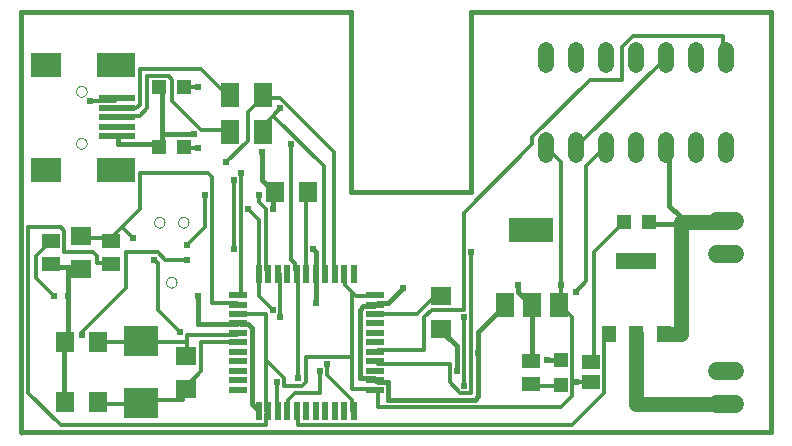
<source format=gtl>
G75*
%MOIN*%
%OFA0B0*%
%FSLAX24Y24*%
%IPPOS*%
%LPD*%
%AMOC8*
5,1,8,0,0,1.08239X$1,22.5*
%
%ADD10C,0.0000*%
%ADD11C,0.0160*%
%ADD12R,0.0472X0.0472*%
%ADD13R,0.0591X0.0512*%
%ADD14R,0.0709X0.0630*%
%ADD15R,0.0472X0.0551*%
%ADD16R,0.1378X0.0551*%
%ADD17R,0.0197X0.0591*%
%ADD18R,0.0591X0.0197*%
%ADD19R,0.0630X0.0709*%
%ADD20R,0.0710X0.0630*%
%ADD21R,0.0630X0.0512*%
%ADD22R,0.1181X0.0984*%
%ADD23R,0.0984X0.0787*%
%ADD24R,0.1299X0.0787*%
%ADD25R,0.1220X0.0197*%
%ADD26R,0.0630X0.0787*%
%ADD27R,0.0590X0.0790*%
%ADD28R,0.1500X0.0790*%
%ADD29C,0.0600*%
%ADD30C,0.0520*%
%ADD31C,0.0500*%
%ADD32C,0.0180*%
%ADD33C,0.0240*%
%ADD34C,0.0120*%
D10*
X003100Y003862D02*
X003100Y003962D01*
X003100Y017962D01*
X004923Y015329D02*
X004925Y015355D01*
X004931Y015381D01*
X004941Y015406D01*
X004954Y015429D01*
X004970Y015449D01*
X004990Y015467D01*
X005012Y015482D01*
X005035Y015494D01*
X005061Y015502D01*
X005087Y015506D01*
X005113Y015506D01*
X005139Y015502D01*
X005165Y015494D01*
X005189Y015482D01*
X005210Y015467D01*
X005230Y015449D01*
X005246Y015429D01*
X005259Y015406D01*
X005269Y015381D01*
X005275Y015355D01*
X005277Y015329D01*
X005275Y015303D01*
X005269Y015277D01*
X005259Y015252D01*
X005246Y015229D01*
X005230Y015209D01*
X005210Y015191D01*
X005188Y015176D01*
X005165Y015164D01*
X005139Y015156D01*
X005113Y015152D01*
X005087Y015152D01*
X005061Y015156D01*
X005035Y015164D01*
X005011Y015176D01*
X004990Y015191D01*
X004970Y015209D01*
X004954Y015229D01*
X004941Y015252D01*
X004931Y015277D01*
X004925Y015303D01*
X004923Y015329D01*
X004923Y013596D02*
X004925Y013622D01*
X004931Y013648D01*
X004941Y013673D01*
X004954Y013696D01*
X004970Y013716D01*
X004990Y013734D01*
X005012Y013749D01*
X005035Y013761D01*
X005061Y013769D01*
X005087Y013773D01*
X005113Y013773D01*
X005139Y013769D01*
X005165Y013761D01*
X005189Y013749D01*
X005210Y013734D01*
X005230Y013716D01*
X005246Y013696D01*
X005259Y013673D01*
X005269Y013648D01*
X005275Y013622D01*
X005277Y013596D01*
X005275Y013570D01*
X005269Y013544D01*
X005259Y013519D01*
X005246Y013496D01*
X005230Y013476D01*
X005210Y013458D01*
X005188Y013443D01*
X005165Y013431D01*
X005139Y013423D01*
X005113Y013419D01*
X005087Y013419D01*
X005061Y013423D01*
X005035Y013431D01*
X005011Y013443D01*
X004990Y013458D01*
X004970Y013476D01*
X004954Y013496D01*
X004941Y013519D01*
X004931Y013544D01*
X004925Y013570D01*
X004923Y013596D01*
X007525Y010962D02*
X007527Y010988D01*
X007533Y011014D01*
X007542Y011038D01*
X007555Y011061D01*
X007572Y011081D01*
X007591Y011099D01*
X007613Y011114D01*
X007636Y011125D01*
X007661Y011133D01*
X007687Y011137D01*
X007713Y011137D01*
X007739Y011133D01*
X007764Y011125D01*
X007788Y011114D01*
X007809Y011099D01*
X007828Y011081D01*
X007845Y011061D01*
X007858Y011038D01*
X007867Y011014D01*
X007873Y010988D01*
X007875Y010962D01*
X007873Y010936D01*
X007867Y010910D01*
X007858Y010886D01*
X007845Y010863D01*
X007828Y010843D01*
X007809Y010825D01*
X007787Y010810D01*
X007764Y010799D01*
X007739Y010791D01*
X007713Y010787D01*
X007687Y010787D01*
X007661Y010791D01*
X007636Y010799D01*
X007612Y010810D01*
X007591Y010825D01*
X007572Y010843D01*
X007555Y010863D01*
X007542Y010886D01*
X007533Y010910D01*
X007527Y010936D01*
X007525Y010962D01*
X008325Y010962D02*
X008327Y010988D01*
X008333Y011014D01*
X008342Y011038D01*
X008355Y011061D01*
X008372Y011081D01*
X008391Y011099D01*
X008413Y011114D01*
X008436Y011125D01*
X008461Y011133D01*
X008487Y011137D01*
X008513Y011137D01*
X008539Y011133D01*
X008564Y011125D01*
X008588Y011114D01*
X008609Y011099D01*
X008628Y011081D01*
X008645Y011061D01*
X008658Y011038D01*
X008667Y011014D01*
X008673Y010988D01*
X008675Y010962D01*
X008673Y010936D01*
X008667Y010910D01*
X008658Y010886D01*
X008645Y010863D01*
X008628Y010843D01*
X008609Y010825D01*
X008587Y010810D01*
X008564Y010799D01*
X008539Y010791D01*
X008513Y010787D01*
X008487Y010787D01*
X008461Y010791D01*
X008436Y010799D01*
X008412Y010810D01*
X008391Y010825D01*
X008372Y010843D01*
X008355Y010863D01*
X008342Y010886D01*
X008333Y010910D01*
X008327Y010936D01*
X008325Y010962D01*
X007925Y008962D02*
X007927Y008988D01*
X007933Y009014D01*
X007942Y009038D01*
X007955Y009061D01*
X007972Y009081D01*
X007991Y009099D01*
X008013Y009114D01*
X008036Y009125D01*
X008061Y009133D01*
X008087Y009137D01*
X008113Y009137D01*
X008139Y009133D01*
X008164Y009125D01*
X008188Y009114D01*
X008209Y009099D01*
X008228Y009081D01*
X008245Y009061D01*
X008258Y009038D01*
X008267Y009014D01*
X008273Y008988D01*
X008275Y008962D01*
X008273Y008936D01*
X008267Y008910D01*
X008258Y008886D01*
X008245Y008863D01*
X008228Y008843D01*
X008209Y008825D01*
X008187Y008810D01*
X008164Y008799D01*
X008139Y008791D01*
X008113Y008787D01*
X008087Y008787D01*
X008061Y008791D01*
X008036Y008799D01*
X008012Y008810D01*
X007991Y008825D01*
X007972Y008843D01*
X007955Y008863D01*
X007942Y008886D01*
X007933Y008910D01*
X007927Y008936D01*
X007925Y008962D01*
D11*
X014100Y011962D02*
X018100Y011962D01*
X018100Y017962D01*
X028100Y017962D01*
X028100Y003962D01*
X003100Y003962D01*
X003100Y017962D01*
X014100Y017962D01*
X014100Y011962D01*
D12*
X008513Y013462D03*
X007687Y013462D03*
X007687Y015462D03*
X008513Y015462D03*
X021100Y006376D03*
X021100Y005549D03*
X023187Y010962D03*
X024013Y010962D03*
D13*
X022100Y006297D03*
X022100Y005628D03*
X020100Y005588D03*
X020100Y006337D03*
D14*
X017100Y007411D03*
X017100Y008514D03*
X005100Y009411D03*
X005100Y010514D03*
D15*
X022690Y007242D03*
X023600Y007242D03*
X024510Y007242D03*
D16*
X023600Y009683D03*
D17*
X014175Y009246D03*
X013860Y009246D03*
X013545Y009246D03*
X013230Y009246D03*
X012915Y009246D03*
X012600Y009246D03*
X012285Y009246D03*
X011970Y009246D03*
X011655Y009246D03*
X011340Y009246D03*
X011025Y009246D03*
X011025Y004679D03*
X011340Y004679D03*
X011655Y004679D03*
X011970Y004679D03*
X012285Y004679D03*
X012600Y004679D03*
X012915Y004679D03*
X013230Y004679D03*
X013545Y004679D03*
X013860Y004679D03*
X014175Y004679D03*
D18*
X014883Y005388D03*
X014883Y005703D03*
X014883Y006018D03*
X014883Y006333D03*
X014883Y006648D03*
X014883Y006962D03*
X014883Y007277D03*
X014883Y007592D03*
X014883Y007907D03*
X014883Y008222D03*
X014883Y008537D03*
X010317Y008537D03*
X010317Y008222D03*
X010317Y007907D03*
X010317Y007592D03*
X010317Y007277D03*
X010317Y006962D03*
X010317Y006648D03*
X010317Y006333D03*
X010317Y006018D03*
X010317Y005703D03*
X010317Y005388D03*
D19*
X005651Y004962D03*
X004549Y004962D03*
X004549Y006962D03*
X005651Y006962D03*
X011549Y011962D03*
X012651Y011962D03*
D20*
X008600Y006522D03*
X008600Y005403D03*
D21*
X006100Y009588D03*
X006100Y010337D03*
X004100Y010337D03*
X004100Y009588D03*
D22*
X007100Y007012D03*
X007100Y004953D03*
D23*
X003919Y012711D03*
X003919Y016214D03*
D24*
X006242Y016214D03*
X006242Y012711D03*
D25*
X006281Y013833D03*
X006281Y014148D03*
X006281Y014462D03*
X006281Y014777D03*
X006281Y015092D03*
D26*
X010049Y015212D03*
X011151Y015212D03*
X011151Y013962D03*
X010049Y013962D03*
D27*
X019210Y008222D03*
X020110Y008222D03*
X021010Y008222D03*
D28*
X020100Y010702D03*
D29*
X026300Y011012D02*
X026900Y011012D01*
X026900Y009912D02*
X026300Y009912D01*
X026300Y006012D02*
X026900Y006012D01*
X026900Y004912D02*
X026300Y004912D01*
D30*
X026600Y013202D02*
X026600Y013722D01*
X025600Y013722D02*
X025600Y013202D01*
X024600Y013202D02*
X024600Y013722D01*
X023600Y013722D02*
X023600Y013202D01*
X022600Y013202D02*
X022600Y013722D01*
X021600Y013722D02*
X021600Y013202D01*
X020600Y013202D02*
X020600Y013722D01*
X020600Y016202D02*
X020600Y016722D01*
X021600Y016722D02*
X021600Y016202D01*
X022600Y016202D02*
X022600Y016722D01*
X023600Y016722D02*
X023600Y016202D01*
X024600Y016202D02*
X024600Y016722D01*
X025600Y016722D02*
X025600Y016202D01*
X026600Y016202D02*
X026600Y016722D01*
D31*
X026600Y011012D02*
X026600Y010962D01*
X025100Y010962D01*
X025100Y010922D01*
X025100Y007242D01*
X024510Y007242D01*
X023600Y007242D02*
X023600Y004912D01*
X026600Y004912D01*
D32*
X021100Y006362D02*
X021100Y006376D01*
X021100Y006362D02*
X020620Y006362D01*
X020140Y006362D02*
X020100Y006337D01*
X020140Y006362D02*
X020140Y008162D01*
X020110Y008222D01*
X020020Y008282D01*
X019660Y008642D01*
X019660Y008882D01*
X019180Y008282D02*
X019210Y008222D01*
X019180Y008162D01*
X018340Y007322D01*
X018340Y006602D01*
X018340Y005162D01*
X018220Y005042D01*
X015340Y005042D01*
X015340Y005642D01*
X014980Y005642D01*
X014883Y005703D01*
X014860Y005762D01*
X014380Y005762D01*
X014380Y008042D01*
X014500Y008162D01*
X014860Y008162D01*
X014883Y008222D01*
X014980Y008282D01*
X015340Y008282D01*
X015820Y008762D01*
X017100Y007411D02*
X017140Y007322D01*
X017620Y006842D01*
X017620Y006002D01*
X019210Y008222D02*
X019180Y008282D01*
X024013Y010962D02*
X024100Y010922D01*
X024940Y010922D01*
X025100Y010922D01*
X025100Y010962D02*
X025060Y011162D01*
X024700Y011522D01*
X024700Y013442D01*
X024600Y013462D01*
X012940Y009962D02*
X012940Y009362D01*
X012915Y009246D01*
X012940Y009242D01*
X012940Y008282D01*
X010780Y007442D02*
X010660Y007562D01*
X010420Y007562D01*
X010317Y007592D01*
X010300Y007562D01*
X008980Y007562D01*
X008980Y008522D01*
X010780Y007442D02*
X010780Y004922D01*
X011020Y004682D01*
X011025Y004679D01*
X004549Y004962D02*
X004540Y005042D01*
X004540Y006962D01*
X004549Y006962D01*
X004660Y006962D01*
X004660Y008522D01*
X004660Y009482D01*
X004180Y009482D01*
X004100Y009588D01*
X004660Y009482D02*
X005020Y009482D01*
X005100Y009411D01*
X007687Y013462D02*
X007780Y013562D01*
X007780Y013922D01*
X008860Y013922D01*
X007780Y013922D02*
X007780Y015362D01*
X007687Y015462D01*
X007660Y013562D02*
X006340Y013562D01*
X006340Y013802D01*
X006281Y013833D01*
X007660Y013562D02*
X007687Y013462D01*
X011140Y013322D02*
X011140Y012362D01*
X011500Y012002D01*
X011549Y011962D01*
X011500Y011882D01*
X011500Y011402D01*
X012820Y010082D02*
X012940Y009962D01*
D33*
X012820Y010082D03*
X011500Y011402D03*
X011020Y011882D03*
X010660Y011402D03*
X010180Y012362D03*
X010420Y012602D03*
X009940Y012962D03*
X008980Y013442D03*
X008860Y013922D03*
X008980Y015482D03*
X011740Y014762D03*
X012100Y013562D03*
X011140Y013322D03*
X009220Y011882D03*
X008620Y010202D03*
X008620Y009722D03*
X007540Y009722D03*
X006820Y010442D03*
X004660Y008522D03*
X004180Y008522D03*
X005140Y007202D03*
X008380Y007322D03*
X008980Y008522D03*
X010180Y010082D03*
X012940Y008282D03*
X011740Y007802D03*
X011500Y008042D03*
X013300Y006242D03*
X013060Y006002D03*
X012340Y005762D03*
X011620Y005642D03*
X015820Y008762D03*
X017860Y007802D03*
X018340Y006602D03*
X017620Y006002D03*
X017860Y005522D03*
X020620Y006362D03*
X021580Y005642D03*
X021580Y008642D03*
X021100Y008882D03*
X019660Y008882D03*
X018100Y009962D03*
X005380Y015002D03*
D34*
X006220Y015002D01*
X006281Y015092D01*
X006281Y014777D02*
X006340Y014762D01*
X006940Y014762D01*
X007060Y014882D01*
X007060Y016082D01*
X009100Y016082D01*
X009940Y015242D01*
X010049Y015212D01*
X010660Y014642D02*
X011140Y015122D01*
X011151Y015212D01*
X011260Y015122D01*
X011740Y015122D01*
X013540Y013322D01*
X013540Y009362D01*
X013545Y009246D01*
X013860Y009246D02*
X013900Y009242D01*
X013900Y008882D01*
X014140Y008642D01*
X014140Y006482D01*
X012580Y006482D01*
X012580Y005642D01*
X012460Y005522D01*
X011860Y005522D01*
X011860Y005762D01*
X011260Y006362D01*
X011260Y007922D01*
X010420Y007922D01*
X010317Y007907D01*
X010317Y008222D02*
X010300Y008282D01*
X009460Y008282D01*
X009460Y012482D01*
X009340Y012602D01*
X007060Y012602D01*
X007060Y011402D01*
X006460Y010802D01*
X006820Y010442D01*
X006460Y010802D02*
X006100Y010442D01*
X006100Y010337D01*
X006100Y010442D01*
X005140Y010442D01*
X005100Y010514D01*
X004540Y010682D02*
X004540Y009962D01*
X005500Y009962D01*
X005620Y009842D01*
X005620Y009602D01*
X006100Y009602D01*
X006100Y009588D01*
X006580Y009962D02*
X006580Y008762D01*
X005140Y007322D01*
X005140Y007202D01*
X005651Y006962D02*
X005740Y006962D01*
X007060Y006962D01*
X007100Y007012D01*
X007180Y006962D01*
X008620Y006962D01*
X008620Y007202D01*
X010300Y007202D01*
X010317Y007277D01*
X010300Y006962D02*
X010317Y006962D01*
X010300Y006962D02*
X009100Y006962D01*
X009100Y006002D01*
X008620Y005522D01*
X008600Y005403D01*
X008500Y005402D01*
X008500Y005042D01*
X007180Y005042D01*
X007100Y004953D01*
X007060Y004922D01*
X005740Y004922D01*
X005651Y004962D01*
X004420Y004202D02*
X011260Y004202D01*
X011260Y004562D01*
X011340Y004679D01*
X011260Y004682D01*
X011260Y006362D01*
X011620Y005642D02*
X011620Y004682D01*
X011655Y004679D01*
X011970Y004679D02*
X011980Y004682D01*
X011980Y005042D01*
X012220Y005282D01*
X013060Y005282D01*
X013060Y006002D01*
X013300Y005882D02*
X013300Y006242D01*
X013300Y005882D02*
X014140Y005042D01*
X014140Y004682D01*
X014175Y004679D01*
X014140Y005402D02*
X014140Y006482D01*
X014883Y006333D02*
X014980Y006242D01*
X017380Y006242D01*
X017380Y005642D01*
X017740Y005282D01*
X018100Y005282D01*
X018100Y009962D01*
X017860Y011282D02*
X020140Y013562D01*
X020140Y013802D01*
X022060Y015722D01*
X023140Y015722D01*
X023140Y016802D01*
X023500Y017162D01*
X026500Y017162D01*
X026500Y016562D01*
X026600Y016462D01*
X024600Y016462D02*
X024580Y016442D01*
X021700Y013562D01*
X021600Y013462D01*
X021940Y012842D02*
X022540Y013442D01*
X022600Y013462D01*
X021940Y012842D02*
X021940Y009002D01*
X021580Y008642D01*
X021100Y008882D02*
X021100Y008282D01*
X021010Y008222D01*
X021100Y008162D01*
X021460Y007802D01*
X021460Y005642D01*
X021460Y005162D01*
X021100Y004802D01*
X014980Y004802D01*
X014980Y005402D01*
X014883Y005388D01*
X014860Y005402D01*
X014140Y005402D01*
X014883Y006648D02*
X014980Y006722D01*
X016540Y006722D01*
X016540Y007802D01*
X016780Y008042D01*
X017860Y008042D01*
X017860Y011282D01*
X020600Y013462D02*
X020620Y013442D01*
X021100Y012962D01*
X021100Y008882D01*
X022180Y009962D02*
X022180Y006362D01*
X022100Y006297D01*
X022060Y005642D02*
X021580Y005642D01*
X021460Y005642D01*
X021100Y005549D02*
X021100Y005522D01*
X020140Y005522D01*
X020100Y005588D01*
X021460Y004202D02*
X012340Y004202D01*
X012340Y004562D01*
X012285Y004679D01*
X012340Y005762D02*
X012340Y009242D01*
X012285Y009246D01*
X012220Y009362D01*
X012220Y009602D01*
X012100Y009722D01*
X012100Y013562D01*
X011260Y014042D02*
X011260Y014282D01*
X011500Y014522D01*
X013180Y012842D01*
X013180Y009362D01*
X013230Y009246D01*
X012600Y009246D02*
X012580Y009362D01*
X012580Y011882D01*
X012651Y011962D01*
X011260Y011402D02*
X011020Y011642D01*
X011020Y011882D01*
X011260Y011402D02*
X011260Y009362D01*
X011340Y009246D01*
X011025Y009246D02*
X011020Y009242D01*
X011020Y008522D01*
X011500Y008042D01*
X011740Y007802D02*
X011740Y009242D01*
X011655Y009246D01*
X011025Y009246D02*
X011020Y009362D01*
X011020Y011042D01*
X010660Y011402D01*
X010180Y012362D02*
X010180Y010082D01*
X009220Y010802D02*
X009220Y011882D01*
X010420Y012602D02*
X010420Y008522D01*
X010317Y008537D01*
X008620Y009722D02*
X007900Y009722D01*
X007660Y009962D01*
X006580Y009962D01*
X007540Y009722D02*
X007660Y009602D01*
X007660Y008042D01*
X008380Y007322D01*
X008620Y006962D02*
X008620Y006602D01*
X008600Y006522D01*
X004420Y004202D02*
X003340Y005282D01*
X003340Y010802D01*
X004420Y010802D01*
X004540Y010682D01*
X004100Y010337D02*
X004060Y010322D01*
X003580Y009842D01*
X003580Y009122D01*
X004180Y008522D01*
X008620Y010202D02*
X009220Y010802D01*
X009940Y012962D02*
X010660Y013682D01*
X010660Y014642D01*
X011500Y014522D02*
X011740Y014762D01*
X011260Y014042D02*
X011151Y013962D01*
X010049Y013962D02*
X009940Y014042D01*
X009100Y014042D01*
X008140Y015002D01*
X008140Y015722D01*
X008020Y015842D01*
X007300Y015842D01*
X007300Y014762D01*
X007060Y014522D01*
X006340Y014522D01*
X006281Y014462D01*
X008513Y013462D02*
X008620Y013442D01*
X008980Y013442D01*
X008980Y015482D02*
X008620Y015482D01*
X008513Y015462D01*
X014140Y008642D02*
X014260Y008522D01*
X014860Y008522D01*
X014883Y008537D01*
X014980Y007922D02*
X014883Y007907D01*
X014980Y007922D02*
X016300Y007922D01*
X016780Y008402D01*
X017020Y008402D01*
X017100Y008514D01*
X017860Y007802D02*
X017860Y005522D01*
X021460Y004202D02*
X022540Y005282D01*
X022540Y007082D01*
X022660Y007202D01*
X022690Y007242D01*
X022100Y005628D02*
X022060Y005642D01*
X022180Y009962D02*
X023140Y010922D01*
X023187Y010962D01*
M02*

</source>
